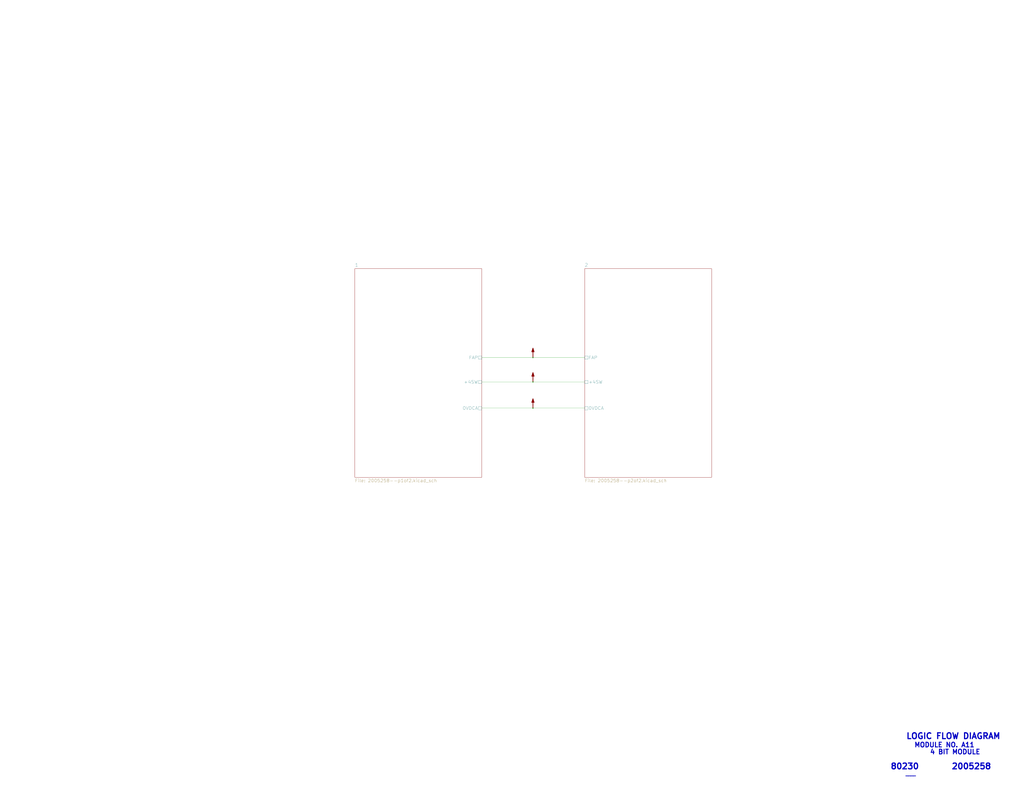
<source format=kicad_sch>
(kicad_sch (version 20211123) (generator eeschema)
  (paper "E")
  (lib_symbols
    (symbol "AGC_DSKY:PWR_FLAG" (power) (pin_numbers hide) (pin_names (offset 0) hide)
      (symbol "PWR_FLAG_0_0"
        (pin power_out line (at 0 0 90) (length 0) (name "pwr") (number "1"))
      )
      (symbol "PWR_FLAG_0_1"
        (polyline (pts (xy 0 0) (xy 0 10.16)) (stroke (width 0.762)))
        (polyline (pts (xy 0 10.16) (xy -1.27 6.35) (xy 1.27 6.35) (xy 0 10.16)) (stroke (width 0.762)) (fill (type outline)))
      )
    )
  )
  (junction (at 581.66 445.77))
  (junction (at 581.66 417.195))
  (junction (at 581.66 390.525))
  (wire (pts (xy 581.66 445.77) (xy 638.175 445.77)))
  (wire (pts (xy 581.66 417.195) (xy 638.175 417.195)))
  (wire (pts (xy 525.78 445.77) (xy 581.66 445.77)))
  (wire (pts (xy 525.78 390.525) (xy 581.66 390.525)))
  (wire (pts (xy 581.66 390.525) (xy 638.175 390.525)))
  (wire (pts (xy 525.78 417.195) (xy 581.66 417.195)))
  (text "2005258" (at 1038.225 840.74 0) (effects (font (size 6.35 6.35) (thickness 1.27) bold) (justify left bottom)))
  (text "MODULE NO. A11" (at 997.585 816.61 0) (effects (font (size 5.08 5.08) (thickness 1.016) bold) (justify left bottom)))
  (text "80230" (at 971.55 840.74 0) (effects (font (size 6.35 6.35) (thickness 1.27) bold) (justify left bottom)))
  (text "4 BIT MODULE" (at 1014.73 824.23 0) (effects (font (size 5.08 5.08) (thickness 1.016) bold) (justify left bottom)))
  (text "____" (at 988.06 847.725 0) (effects (font (size 3.556 3.556) (thickness 0.7112) bold) (justify left bottom)))
  (text "LOGIC FLOW DIAGRAM" (at 988.695 807.72 0) (effects (font (size 6.35 6.35) (thickness 1.27) bold) (justify left bottom)))
  (symbol (lib_id "AGC_DSKY:PWR_FLAG") (at 581.66 445.77 0) (unit 1)
    (property "Reference" "#FLG0103" (effects hide))
    (property "Value" "PWR_FLAG" (effects hide))
  )
  (symbol (lib_id "AGC_DSKY:PWR_FLAG") (at 581.66 417.195 0) (unit 1)
    (property "Reference" "#FLG0102" (effects hide))
    (property "Value" "PWR_FLAG" (effects hide))
  )
  (symbol (lib_id "AGC_DSKY:PWR_FLAG") (at 581.66 390.525 0) (unit 1)
    (property "Reference" "#FLG0101" (effects hide))
    (property "Value" "PWR_FLAG" (effects hide))
  )
  (sheet (at 387.35 293.37) (size 138.43 227.965)
    (property "Sheet name" "1" (at 387.35 291.5154 0) (effects (font (size 3.556 3.556)) (justify left bottom)))
    (property "Sheet file" "2005258--p1of2.kicad_sch" (at 387.35 522.834 0) (effects (font (size 3.556 3.556)) (justify left top)))
    (pin "0VDCA" passive (at 525.78 445.77 0) (effects (font (size 3.556 3.556))))
    (pin "+4SW" passive (at 525.78 417.195 0) (effects (font (size 3.556 3.556))))
    (pin "FAP" passive (at 525.78 390.525 0) (effects (font (size 3.556 3.556))))
  )
  (sheet (at 638.175 293.37) (size 138.43 227.965)
    (property "Sheet name" "2" (at 638.175 291.5154 0) (effects (font (size 3.556 3.556)) (justify left bottom)))
    (property "Sheet file" "2005258--p2of2.kicad_sch" (at 638.175 522.834 0) (effects (font (size 3.556 3.556)) (justify left top)))
    (pin "0VDCA" passive (at 638.175 445.77 180) (effects (font (size 3.556 3.556))))
    (pin "+4SW" passive (at 638.175 417.195 180) (effects (font (size 3.556 3.556))))
    (pin "FAP" passive (at 638.175 390.525 180) (effects (font (size 3.556 3.556))))
  )
)
</source>
